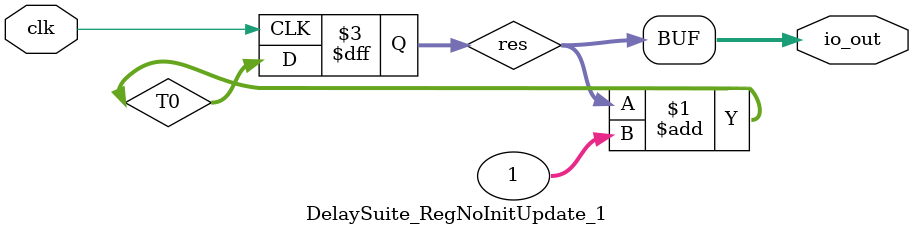
<source format=v>
module DelaySuite_RegNoInitUpdate_1(input clk,
    output [31:0] io_out
);

  reg [31:0] res;
  wire [31:0] T0;

  assign io_out = res;
  assign T0 = res + 32'h1/* 1*/;

  always @(posedge clk) begin
    res <= T0;
  end
endmodule


</source>
